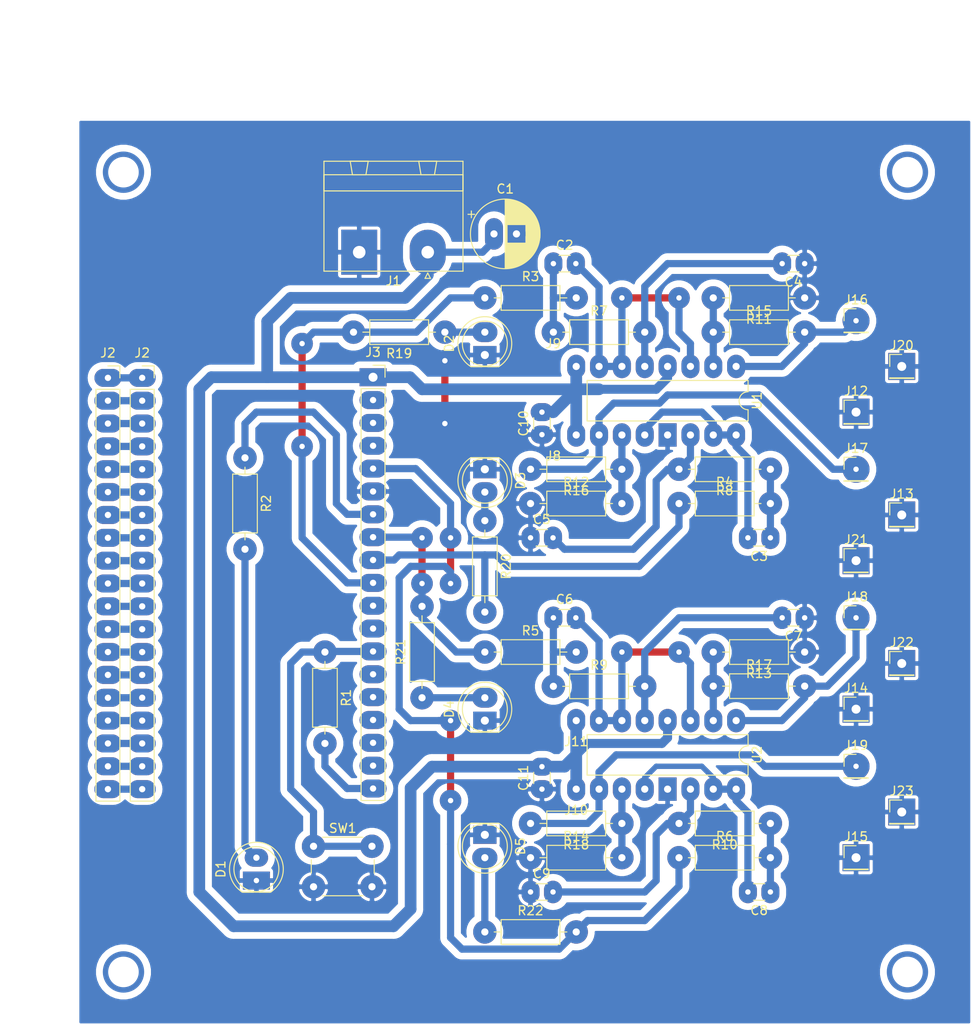
<source format=kicad_pcb>
(kicad_pcb (version 20171130) (host pcbnew "(5.1.10)-1")
  (layers (0 F.Cu signal) (31 B.Cu signal) (34 B.Paste user) (35 F.Paste user) (36 B.SilkS user) (37 F.SilkS user) (38 B.Mask user) (39 F.Mask user) (44 Edge.Cuts user))
  (net 0 "")
  (net 1 "Net-(C2-Pad2)")
  (net 2 "Net-(C2-Pad1)")
  (net 3 "Net-(C3-Pad2)")
  (net 4 GND)
  (net 5 "Net-(C4-Pad2)")
  (net 6 +5V)
  (net 7 "Net-(C6-Pad2)")
  (net 8 "Net-(C6-Pad1)")
  (net 9 "Net-(C7-Pad2)")
  (net 10 "Net-(C8-Pad2)")
  (net 11 "Net-(C8-Pad1)")
  (net 12 "Net-(C9-Pad2)")
  (net 13 "Net-(D1-Pad2)")
  (net 14 "Net-(J3-Pad19)")
  (net 15 "Net-(J3-Pad18)")
  (net 16 "Net-(J3-Pad17)")
  (net 17 "Net-(J3-Pad16)")
  (net 18 "Net-(J3-Pad15)")
  (net 19 "Net-(J3-Pad14)")
  (net 20 "Net-(J3-Pad13)")
  (net 21 "Net-(J3-Pad12)")
  (net 22 "Net-(J3-Pad11)")
  (net 23 "Net-(J3-Pad10)")
  (net 24 "Net-(J3-Pad9)")
  (net 25 "Net-(J3-Pad8)")
  (net 26 "Net-(J3-Pad7)")
  (net 27 "Net-(J3-Pad5)")
  (net 28 "Net-(J3-Pad4)")
  (net 29 "Net-(J3-Pad3)")
  (net 30 "Net-(J3-Pad2)")
  (net 31 "Net-(J16-Pad1)")
  (net 32 "Net-(J17-Pad1)")
  (net 33 "Net-(C3-Pad1)")
  (net 34 "Net-(C5-Pad2)")
  (net 35 "Net-(J2-Pad1)")
  (net 36 "Net-(J2-Pad2)")
  (net 37 "Net-(J2-Pad3)")
  (net 38 "Net-(J2-Pad4)")
  (net 39 "Net-(J2-Pad5)")
  (net 40 "Net-(J2-Pad6)")
  (net 41 "Net-(J2-Pad7)")
  (net 42 "Net-(J2-Pad8)")
  (net 43 "Net-(J2-Pad9)")
  (net 44 "Net-(J2-Pad10)")
  (net 45 "Net-(J2-Pad11)")
  (net 46 "Net-(J2-Pad12)")
  (net 47 "Net-(J2-Pad13)")
  (net 48 "Net-(J2-Pad14)")
  (net 49 "Net-(J2-Pad15)")
  (net 50 "Net-(J2-Pad16)")
  (net 51 "Net-(J2-Pad17)")
  (net 52 "Net-(J2-Pad18)")
  (net 53 "Net-(J2-Pad19)")
  (net 54 "Net-(J18-Pad1)")
  (net 55 "Net-(J19-Pad1)")
  (net 56 "Net-(R11-Pad2)")
  (net 57 "Net-(R12-Pad2)")
  (net 58 "Net-(R13-Pad2)")
  (net 59 "Net-(R14-Pad2)")
  (net 60 "Net-(D2-Pad2)")
  (net 61 "Net-(D3-Pad2)")
  (net 62 "Net-(D4-Pad2)")
  (net 63 "Net-(D5-Pad2)")
  (module LED_THT:LED_D5.0mm (layer F.Cu) (at 71.12 109.22 270)
    (fp_text reference D5 (at 1.27 -3.96 90) (layer F.SilkS))
    (fp_text value LED)
    (pad 2 thru_hole oval (at 2.54 0 270) (size 2.2 2.8) (drill 0.8) (layers *.Cu *.Mask) (net 63 "Net-(D5-Pad2)"))
    (pad 1 thru_hole rect (at 0 0 270) (size 2 2.6) (drill 0.9) (layers *.Cu *.Mask) (net 4 GND))
  )
  (module LED_THT:LED_D5.0mm (layer F.Cu) (at 71.12 96.52 90)
    (fp_text reference D4 (at 1.27 -3.96 90) (layer F.SilkS))
    (fp_text value LED)
    (pad 2 thru_hole oval (at 2.54 0 90) (size 2.2 2.8) (drill 0.8) (layers *.Cu *.Mask) (net 62 "Net-(D4-Pad2)"))
    (pad 1 thru_hole rect (at 0 0 90) (size 2 2.6) (drill 0.9) (layers *.Cu *.Mask) (net 4 GND))
  )
  (module LED_THT:LED_D5.0mm (layer F.Cu) (at 71.12 68.58 270)
    (fp_text reference D3 (at 1.27 -3.96 90) (layer F.SilkS))
    (fp_text value LED)
    (pad 2 thru_hole oval (at 2.54 0 270) (size 2.2 2.8) (drill 0.8) (layers *.Cu *.Mask) (net 61 "Net-(D3-Pad2)"))
    (pad 1 thru_hole rect (at 0 0 270) (size 2 2.6) (drill 0.9) (layers *.Cu *.Mask) (net 4 GND))
  )
  (module LED_THT:LED_D5.0mm (layer F.Cu) (at 71.12 55.88 90)
    (fp_text reference D2 (at 1.27 -3.96 90) (layer F.SilkS))
    (fp_text value LED)
    (pad 2 thru_hole oval (at 2.54 0 90) (size 2.2 2.8) (drill 0.8) (layers *.Cu *.Mask) (net 60 "Net-(D2-Pad2)"))
    (pad 1 thru_hole rect (at 0 0 90) (size 2 2.6) (drill 0.9) (layers *.Cu *.Mask) (net 4 GND))
  )
  (module Resistor_THT:R_Axial_DIN0207_L6.3mm_D2.5mm_P10.16mm_Horizontal (layer F.Cu) (at 71.12 120.015)
    (fp_text reference R22 (at 5.08 -2.37) (layer F.SilkS))
    (fp_text value R)
    (pad 2 thru_hole oval (at 10.16 0) (size 2.6 2.6) (drill 0.8) (layers *.Cu *.Mask) (net 27 "Net-(J3-Pad5)"))
    (pad 1 thru_hole oval (at 0 0) (size 2.6 2.6) (drill 0.8) (layers *.Cu *.Mask) (net 63 "Net-(D5-Pad2)"))
  )
  (module Resistor_THT:R_Axial_DIN0207_L6.3mm_D2.5mm_P10.16mm_Horizontal (layer F.Cu) (at 64.135 93.98 90)
    (fp_text reference R21 (at 5.08 -2.37 90) (layer F.SilkS))
    (fp_text value R)
    (pad 2 thru_hole oval (at 10.16 0 90) (size 2.6 2.6) (drill 0.8) (layers *.Cu *.Mask) (net 25 "Net-(J3-Pad8)"))
    (pad 1 thru_hole oval (at 0 0 90) (size 2.6 2.6) (drill 0.8) (layers *.Cu *.Mask) (net 62 "Net-(D4-Pad2)"))
  )
  (module Resistor_THT:R_Axial_DIN0207_L6.3mm_D2.5mm_P10.16mm_Horizontal (layer F.Cu) (at 71.12 74.295 270)
    (fp_text reference R20 (at 5.08 -2.37 90) (layer F.SilkS))
    (fp_text value R)
    (pad 2 thru_hole oval (at 10.16 0 270) (size 2.6 2.6) (drill 0.8) (layers *.Cu *.Mask) (net 24 "Net-(J3-Pad9)"))
    (pad 1 thru_hole oval (at 0 0 270) (size 2.6 2.6) (drill 0.8) (layers *.Cu *.Mask) (net 61 "Net-(D3-Pad2)"))
  )
  (module Resistor_THT:R_Axial_DIN0207_L6.3mm_D2.5mm_P10.16mm_Horizontal (layer F.Cu) (at 66.675 53.34 180)
    (fp_text reference R19 (at 5.08 -2.37) (layer F.SilkS))
    (fp_text value R)
    (pad 2 thru_hole oval (at 10.16 0 180) (size 2.6 2.6) (drill 0.8) (layers *.Cu *.Mask) (net 23 "Net-(J3-Pad10)"))
    (pad 1 thru_hole oval (at 0 0 180) (size 2.6 2.6) (drill 0.8) (layers *.Cu *.Mask) (net 60 "Net-(D2-Pad2)"))
  )
  (module Capacitor_THT:CP_Radial_D7.5mm_P2.50mm (layer F.Cu) (at 72.136 42.418)
    (fp_text reference C1 (at 1.25 -5) (layer F.SilkS))
    (fp_text value CP)
    (pad 2 thru_hole rect (at 2.5 0) (size 2 3.5) (drill 0.8) (layers *.Cu *.Mask) (net 4 GND))
    (pad 1 thru_hole oval (at 0 0) (size 2 3.5) (drill 0.8) (layers *.Cu *.Mask) (net 6 +5V))
  )
  (module Connector_PinSocket_2.54mm:PinSocket_1x19_P2.54mm_Vertical (layer F.Cu) (at 29.21 58.42)
    (fp_text reference J2 (at 0 -2.77) (layer F.SilkS))
    (fp_text value esp32-1)
    (pad 1 thru_hole oval (at 0 0) (size 3 2) (drill 0.7) (layers *.Cu *.Mask) (net 35 "Net-(J2-Pad1)"))
    (pad 2 thru_hole oval (at 0 2.54) (size 3 2) (drill 0.7) (layers *.Cu *.Mask) (net 36 "Net-(J2-Pad2)"))
    (pad 3 thru_hole oval (at 0 5.08) (size 3 2) (drill 0.7) (layers *.Cu *.Mask) (net 37 "Net-(J2-Pad3)"))
    (pad 4 thru_hole oval (at 0 7.62) (size 3 2) (drill 0.7) (layers *.Cu *.Mask) (net 38 "Net-(J2-Pad4)"))
    (pad 5 thru_hole oval (at 0 10.16) (size 3 2) (drill 0.7) (layers *.Cu *.Mask) (net 39 "Net-(J2-Pad5)"))
    (pad 6 thru_hole oval (at 0 12.7) (size 3 2) (drill 0.7) (layers *.Cu *.Mask) (net 40 "Net-(J2-Pad6)"))
    (pad 7 thru_hole oval (at 0 15.24) (size 3 2) (drill 0.7) (layers *.Cu *.Mask) (net 41 "Net-(J2-Pad7)"))
    (pad 8 thru_hole oval (at 0 17.78) (size 3 2) (drill 0.7) (layers *.Cu *.Mask) (net 42 "Net-(J2-Pad8)"))
    (pad 9 thru_hole oval (at 0 20.32) (size 3 2) (drill 0.7) (layers *.Cu *.Mask) (net 43 "Net-(J2-Pad9)"))
    (pad 10 thru_hole oval (at 0 22.86) (size 3 2) (drill 0.7) (layers *.Cu *.Mask) (net 44 "Net-(J2-Pad10)"))
    (pad 11 thru_hole oval (at 0 25.4) (size 3 2) (drill 0.7) (layers *.Cu *.Mask) (net 45 "Net-(J2-Pad11)"))
    (pad 12 thru_hole oval (at 0 27.94) (size 3 2) (drill 0.7) (layers *.Cu *.Mask) (net 46 "Net-(J2-Pad12)"))
    (pad 13 thru_hole oval (at 0 30.48) (size 3 2) (drill 0.7) (layers *.Cu *.Mask) (net 47 "Net-(J2-Pad13)"))
    (pad 14 thru_hole oval (at 0 33.02) (size 3 2) (drill 0.7) (layers *.Cu *.Mask) (net 48 "Net-(J2-Pad14)"))
    (pad 15 thru_hole oval (at 0 35.56) (size 3 2) (drill 0.7) (layers *.Cu *.Mask) (net 49 "Net-(J2-Pad15)"))
    (pad 16 thru_hole oval (at 0 38.1) (size 3 2) (drill 0.7) (layers *.Cu *.Mask) (net 50 "Net-(J2-Pad16)"))
    (pad 17 thru_hole oval (at 0 40.64) (size 3 2) (drill 0.7) (layers *.Cu *.Mask) (net 51 "Net-(J2-Pad17)"))
    (pad 18 thru_hole oval (at 0 43.18) (size 3 2) (drill 0.7) (layers *.Cu *.Mask) (net 52 "Net-(J2-Pad18)"))
    (pad 19 thru_hole oval (at 0 45.72) (size 3 2) (drill 0.7) (layers *.Cu *.Mask) (net 53 "Net-(J2-Pad19)"))
  )
  (module Connector_PinSocket_2.54mm:PinSocket_1x19_P2.54mm_Vertical (layer F.Cu) (at 58.69 58.35)
    (fp_text reference J3 (at 0 -2.77) (layer F.SilkS))
    (fp_text value esp32-2)
    (pad 19 thru_hole oval (at 0 45.72) (size 3 2) (drill 0.7) (layers *.Cu *.Mask) (net 14 "Net-(J3-Pad19)"))
    (pad 18 thru_hole oval (at 0 43.18) (size 3 2) (drill 0.7) (layers *.Cu *.Mask) (net 15 "Net-(J3-Pad18)"))
    (pad 17 thru_hole oval (at 0 40.64) (size 3 2) (drill 0.7) (layers *.Cu *.Mask) (net 16 "Net-(J3-Pad17)"))
    (pad 16 thru_hole oval (at 0 38.1) (size 3 2) (drill 0.7) (layers *.Cu *.Mask) (net 17 "Net-(J3-Pad16)"))
    (pad 15 thru_hole oval (at 0 35.56) (size 3 2) (drill 0.7) (layers *.Cu *.Mask) (net 18 "Net-(J3-Pad15)"))
    (pad 14 thru_hole oval (at 0 33.02) (size 3 2) (drill 0.7) (layers *.Cu *.Mask) (net 19 "Net-(J3-Pad14)"))
    (pad 13 thru_hole oval (at 0 30.48) (size 3 2) (drill 0.7) (layers *.Cu *.Mask) (net 20 "Net-(J3-Pad13)"))
    (pad 12 thru_hole oval (at 0 27.94) (size 3 2) (drill 0.7) (layers *.Cu *.Mask) (net 21 "Net-(J3-Pad12)"))
    (pad 11 thru_hole oval (at 0 25.4) (size 3 2) (drill 0.7) (layers *.Cu *.Mask) (net 22 "Net-(J3-Pad11)"))
    (pad 10 thru_hole oval (at 0 22.86) (size 3 2) (drill 0.7) (layers *.Cu *.Mask) (net 23 "Net-(J3-Pad10)"))
    (pad 9 thru_hole oval (at 0 20.32) (size 3 2) (drill 0.7) (layers *.Cu *.Mask) (net 24 "Net-(J3-Pad9)"))
    (pad 8 thru_hole oval (at 0 17.78) (size 3 2) (drill 0.7) (layers *.Cu *.Mask) (net 25 "Net-(J3-Pad8)"))
    (pad 7 thru_hole oval (at 0 15.24) (size 3 2) (drill 0.7) (layers *.Cu *.Mask) (net 26 "Net-(J3-Pad7)"))
    (pad 6 thru_hole oval (at 0 12.7) (size 3 2) (drill 0.7) (layers *.Cu *.Mask) (net 4 GND))
    (pad 5 thru_hole oval (at 0 10.16) (size 3 2) (drill 0.7) (layers *.Cu *.Mask) (net 27 "Net-(J3-Pad5)"))
    (pad 4 thru_hole oval (at 0 7.62) (size 3 2) (drill 0.7) (layers *.Cu *.Mask) (net 28 "Net-(J3-Pad4)"))
    (pad 3 thru_hole oval (at 0 5.08) (size 3 2) (drill 0.7) (layers *.Cu *.Mask) (net 29 "Net-(J3-Pad3)"))
    (pad 2 thru_hole oval (at 0 2.54) (size 3 2) (drill 0.7) (layers *.Cu *.Mask) (net 30 "Net-(J3-Pad2)"))
    (pad 1 thru_hole rect (at 0 0) (size 3 2) (drill 1) (layers *.Cu *.Mask) (net 6 +5V))
  )
  (module Connector_PinSocket_2.54mm:PinSocket_1x19_P2.54mm_Vertical (layer F.Cu) (at 33.02 58.42)
    (fp_text reference J2 (at 0 -2.77) (layer F.SilkS))
    (fp_text value esp32-1)
    (pad 19 thru_hole oval (at 0 45.72) (size 3 2) (drill 0.7) (layers *.Cu *.Mask) (net 53 "Net-(J2-Pad19)"))
    (pad 18 thru_hole oval (at 0 43.18) (size 3 2) (drill 0.7) (layers *.Cu *.Mask) (net 52 "Net-(J2-Pad18)"))
    (pad 17 thru_hole oval (at 0 40.64) (size 3 2) (drill 0.7) (layers *.Cu *.Mask) (net 51 "Net-(J2-Pad17)"))
    (pad 16 thru_hole oval (at 0 38.1) (size 3 2) (drill 0.7) (layers *.Cu *.Mask) (net 50 "Net-(J2-Pad16)"))
    (pad 15 thru_hole oval (at 0 35.56) (size 3 2) (drill 0.7) (layers *.Cu *.Mask) (net 49 "Net-(J2-Pad15)"))
    (pad 14 thru_hole oval (at 0 33.02) (size 3 2) (drill 0.7) (layers *.Cu *.Mask) (net 48 "Net-(J2-Pad14)"))
    (pad 13 thru_hole oval (at 0 30.48) (size 3 2) (drill 0.7) (layers *.Cu *.Mask) (net 47 "Net-(J2-Pad13)"))
    (pad 12 thru_hole oval (at 0 27.94) (size 3 2) (drill 0.7) (layers *.Cu *.Mask) (net 46 "Net-(J2-Pad12)"))
    (pad 11 thru_hole oval (at 0 25.4) (size 3 2) (drill 0.7) (layers *.Cu *.Mask) (net 45 "Net-(J2-Pad11)"))
    (pad 10 thru_hole oval (at 0 22.86) (size 3 2) (drill 0.7) (layers *.Cu *.Mask) (net 44 "Net-(J2-Pad10)"))
    (pad 9 thru_hole oval (at 0 20.32) (size 3 2) (drill 0.7) (layers *.Cu *.Mask) (net 43 "Net-(J2-Pad9)"))
    (pad 8 thru_hole oval (at 0 17.78) (size 3 2) (drill 0.7) (layers *.Cu *.Mask) (net 42 "Net-(J2-Pad8)"))
    (pad 7 thru_hole oval (at 0 15.24) (size 3 2) (drill 0.7) (layers *.Cu *.Mask) (net 41 "Net-(J2-Pad7)"))
    (pad 6 thru_hole oval (at 0 12.7) (size 3 2) (drill 0.7) (layers *.Cu *.Mask) (net 40 "Net-(J2-Pad6)"))
    (pad 5 thru_hole oval (at 0 10.16) (size 3 2) (drill 0.7) (layers *.Cu *.Mask) (net 39 "Net-(J2-Pad5)"))
    (pad 4 thru_hole oval (at 0 7.62) (size 3 2) (drill 0.7) (layers *.Cu *.Mask) (net 38 "Net-(J2-Pad4)"))
    (pad 3 thru_hole oval (at 0 5.08) (size 3 2) (drill 0.7) (layers *.Cu *.Mask) (net 37 "Net-(J2-Pad3)"))
    (pad 2 thru_hole oval (at 0 2.54) (size 3 2) (drill 0.7) (layers *.Cu *.Mask) (net 36 "Net-(J2-Pad2)"))
    (pad 1 thru_hole oval (at 0 0) (size 3 2) (drill 0.7) (layers *.Cu *.Mask) (net 35 "Net-(J2-Pad1)"))
  )
  (module Resistor_THT:R_Axial_DIN0207_L6.3mm_D2.5mm_P10.16mm_Horizontal (layer F.Cu) (at 71.12 49.53)
    (fp_text reference R3 (at 5.08 -2.37) (layer F.SilkS))
    (fp_text value R)
    (pad 2 thru_hole oval (at 10.16 0) (size 2.6 2.6) (drill 0.8) (layers *.Cu *.Mask) (net 2 "Net-(C2-Pad1)"))
    (pad 1 thru_hole oval (at 0 0) (size 2.6 2.6) (drill 0.8) (layers *.Cu *.Mask) (net 23 "Net-(J3-Pad10)"))
  )
  (module Connector_PinHeader_2.54mm:PinHeader_1x01_P2.54mm_Vertical (layer F.Cu) (at 81.28 96.52 180)
    (fp_text reference J11 (at 0 -2.33) (layer F.SilkS))
    (fp_text value "8&9 IC-2")
    (pad 1 thru_hole oval (at 0 0 270) (size 2.6 2) (drill 0.8) (layers *.Cu *.Mask) (net 6 +5V))
  )
  (module Connector_PinHeader_2.54mm:PinHeader_1x01_P2.54mm_Vertical (layer F.Cu) (at 81.28 104.14 180)
    (fp_text reference J10 (at 0 -2.33) (layer F.SilkS))
    (fp_text value "8&9 IC-2")
    (pad 1 thru_hole oval (at 0 0 270) (size 2.6 2) (drill 0.8) (layers *.Cu *.Mask) (net 6 +5V))
  )
  (module Connector_PinHeader_2.54mm:PinHeader_1x01_P2.54mm_Vertical (layer F.Cu) (at 81.28 64.77 180)
    (fp_text reference J8 (at 2.54 -2.33) (layer F.SilkS))
    (fp_text value "8&9 IC-1")
    (pad 1 thru_hole oval (at 0 0 270) (size 2.6 2) (drill 0.8) (layers *.Cu *.Mask) (net 6 +5V))
  )
  (module Connector_PinHeader_2.54mm:PinHeader_1x01_P2.54mm_Vertical (layer F.Cu) (at 81.28 57.15 180)
    (fp_text reference J9 (at 2.54 2.54) (layer F.SilkS))
    (fp_text value "8&9 IC-1")
    (pad 1 thru_hole oval (at 0 0 270) (size 2.6 2) (drill 0.8) (layers *.Cu *.Mask) (net 6 +5V))
  )
  (module Package_DIP:DIP-14_W7.62mm_LongPads (layer F.Cu) (at 99.06 96.52 270)
    (fp_text reference U2 (at 3.81 -2.33 90) (layer F.SilkS))
    (fp_text value LM324)
    (pad 14 thru_hole oval (at 7.62 0) (size 2 2.6) (drill 0.8) (layers *.Cu *.Mask) (net 10 "Net-(C8-Pad2)"))
    (pad 7 thru_hole oval (at 0 15.24) (size 2 2.6) (drill 0.8) (layers *.Cu *.Mask) (net 7 "Net-(C6-Pad2)"))
    (pad 13 thru_hole oval (at 7.62 2.54) (size 2 2.6) (drill 0.8) (layers *.Cu *.Mask) (net 10 "Net-(C8-Pad2)"))
    (pad 6 thru_hole oval (at 0 12.7) (size 2 2.6) (drill 0.8) (layers *.Cu *.Mask) (net 7 "Net-(C6-Pad2)"))
    (pad 12 thru_hole oval (at 7.62 5.08) (size 2 2.6) (drill 0.8) (layers *.Cu *.Mask) (net 12 "Net-(C9-Pad2)"))
    (pad 5 thru_hole oval (at 0 10.16) (size 2 2.6) (drill 0.8) (layers *.Cu *.Mask) (net 9 "Net-(C7-Pad2)"))
    (pad 11 thru_hole rect (at 7.62 7.62 270) (size 2.6 2) (drill 0.8) (layers *.Cu *.Mask) (net 4 GND))
    (pad 4 thru_hole oval (at 0 7.62) (size 2 2.6) (drill 0.8) (layers *.Cu *.Mask) (net 6 +5V))
    (pad 10 thru_hole oval (at 7.62 10.16) (size 2 2.6) (drill 0.8) (layers *.Cu *.Mask) (net 10 "Net-(C8-Pad2)"))
    (pad 3 thru_hole oval (at 0 5.08) (size 2 2.6) (drill 0.8) (layers *.Cu *.Mask) (net 7 "Net-(C6-Pad2)"))
    (pad 9 thru_hole oval (at 7.62 12.7) (size 2 2.6) (drill 0.8) (layers *.Cu *.Mask) (net 59 "Net-(R14-Pad2)"))
    (pad 2 thru_hole oval (at 0 2.54) (size 2 2.6) (drill 0.8) (layers *.Cu *.Mask) (net 58 "Net-(R13-Pad2)"))
    (pad 8 thru_hole oval (at 7.62 15.24) (size 2 2.6) (drill 0.8) (layers *.Cu *.Mask) (net 55 "Net-(J19-Pad1)"))
    (pad 1 thru_hole oval (at 0 0) (size 2 2.6) (drill 0.8) (layers *.Cu *.Mask) (net 54 "Net-(J18-Pad1)"))
  )
  (module Package_DIP:DIP-14_W7.62mm_LongPads (layer F.Cu) (at 99.06 57.15 270)
    (fp_text reference U1 (at 3.81 -2.33 90) (layer F.SilkS))
    (fp_text value LM324)
    (pad 14 thru_hole oval (at 7.62 0) (size 2 2.6) (drill 0.8) (layers *.Cu *.Mask) (net 3 "Net-(C3-Pad2)"))
    (pad 7 thru_hole oval (at 0 15.24) (size 2 2.6) (drill 0.8) (layers *.Cu *.Mask) (net 1 "Net-(C2-Pad2)"))
    (pad 13 thru_hole oval (at 7.62 2.54) (size 2 2.6) (drill 0.8) (layers *.Cu *.Mask) (net 3 "Net-(C3-Pad2)"))
    (pad 6 thru_hole oval (at 0 12.7) (size 2 2.6) (drill 0.8) (layers *.Cu *.Mask) (net 1 "Net-(C2-Pad2)"))
    (pad 12 thru_hole oval (at 7.62 5.08) (size 2 2.6) (drill 0.8) (layers *.Cu *.Mask) (net 34 "Net-(C5-Pad2)"))
    (pad 5 thru_hole oval (at 0 10.16) (size 2 2.6) (drill 0.8) (layers *.Cu *.Mask) (net 5 "Net-(C4-Pad2)"))
    (pad 11 thru_hole rect (at 7.62 7.62 270) (size 2.6 2) (drill 0.8) (layers *.Cu *.Mask) (net 4 GND))
    (pad 4 thru_hole oval (at 0 7.62) (size 2 2.6) (drill 0.8) (layers *.Cu *.Mask) (net 6 +5V))
    (pad 10 thru_hole oval (at 7.62 10.16) (size 2 2.6) (drill 0.8) (layers *.Cu *.Mask) (net 3 "Net-(C3-Pad2)"))
    (pad 3 thru_hole oval (at 0 5.08) (size 2 2.6) (drill 0.8) (layers *.Cu *.Mask) (net 1 "Net-(C2-Pad2)"))
    (pad 9 thru_hole oval (at 7.62 12.7) (size 2 2.6) (drill 0.8) (layers *.Cu *.Mask) (net 57 "Net-(R12-Pad2)"))
    (pad 2 thru_hole oval (at 0 2.54) (size 2 2.6) (drill 0.8) (layers *.Cu *.Mask) (net 56 "Net-(R11-Pad2)"))
    (pad 8 thru_hole oval (at 7.62 15.24) (size 2 2.6) (drill 0.8) (layers *.Cu *.Mask) (net 32 "Net-(J17-Pad1)"))
    (pad 1 thru_hole oval (at 0 0) (size 2 2.6) (drill 0.8) (layers *.Cu *.Mask) (net 31 "Net-(J16-Pad1)"))
  )
  (module Button_Switch_THT:SW_PUSH_6mm_H4.3mm (layer F.Cu) (at 52.07 110.49)
    (fp_text reference SW1 (at 3.25 -2) (layer F.SilkS))
    (fp_text value SW_Push)
    (pad 1 thru_hole oval (at 6.5 0) (size 2.6 2.6) (drill 0.8) (layers *.Cu *.Mask) (net 20 "Net-(J3-Pad13)"))
    (pad 2 thru_hole oval (at 6.5 4.5) (size 2.6 2.6) (drill 0.8) (layers *.Cu *.Mask) (net 4 GND))
    (pad 1 thru_hole oval (at 0 0) (size 2.6 2.6) (drill 0.8) (layers *.Cu *.Mask) (net 20 "Net-(J3-Pad13)"))
    (pad 2 thru_hole oval (at 0 4.5) (size 2.6 2.6) (drill 0.8) (layers *.Cu *.Mask) (net 4 GND))
  )
  (module Resistor_THT:R_Axial_DIN0207_L6.3mm_D2.5mm_P10.16mm_Horizontal (layer F.Cu) (at 86.36 107.95 180)
    (fp_text reference R18 (at 5.08 -2.37) (layer F.SilkS))
    (fp_text value R)
    (pad 2 thru_hole oval (at 10.16 0 180) (size 2.6 2.6) (drill 0.8) (layers *.Cu *.Mask) (net 55 "Net-(J19-Pad1)"))
    (pad 1 thru_hole oval (at 0 0 180) (size 2.6 2.6) (drill 0.8) (layers *.Cu *.Mask) (net 59 "Net-(R14-Pad2)"))
  )
  (module Resistor_THT:R_Axial_DIN0207_L6.3mm_D2.5mm_P10.16mm_Horizontal (layer F.Cu) (at 96.52 92.69)
    (fp_text reference R17 (at 5.08 -2.37) (layer F.SilkS))
    (fp_text value R)
    (pad 2 thru_hole oval (at 10.16 0) (size 2.6 2.6) (drill 0.8) (layers *.Cu *.Mask) (net 54 "Net-(J18-Pad1)"))
    (pad 1 thru_hole oval (at 0 0) (size 2.6 2.6) (drill 0.8) (layers *.Cu *.Mask) (net 58 "Net-(R13-Pad2)"))
  )
  (module Resistor_THT:R_Axial_DIN0207_L6.3mm_D2.5mm_P10.16mm_Horizontal (layer F.Cu) (at 76.2 111.76)
    (fp_text reference R14 (at 5.08 -2.37) (layer F.SilkS))
    (fp_text value R)
    (pad 2 thru_hole oval (at 10.16 0) (size 2.6 2.6) (drill 0.8) (layers *.Cu *.Mask) (net 59 "Net-(R14-Pad2)"))
    (pad 1 thru_hole oval (at 0 0) (size 2.6 2.6) (drill 0.8) (layers *.Cu *.Mask) (net 4 GND))
  )
  (module Resistor_THT:R_Axial_DIN0207_L6.3mm_D2.5mm_P10.16mm_Horizontal (layer F.Cu) (at 106.68 88.9 180)
    (fp_text reference R13 (at 5.08 -2.37) (layer F.SilkS))
    (fp_text value R)
    (pad 2 thru_hole oval (at 10.16 0 180) (size 2.6 2.6) (drill 0.8) (layers *.Cu *.Mask) (net 58 "Net-(R13-Pad2)"))
    (pad 1 thru_hole oval (at 0 0 180) (size 2.6 2.6) (drill 0.8) (layers *.Cu *.Mask) (net 4 GND))
  )
  (module Resistor_THT:R_Axial_DIN0207_L6.3mm_D2.5mm_P10.16mm_Horizontal (layer F.Cu) (at 102.87 107.95 180)
    (fp_text reference R10 (at 5.08 -2.37) (layer F.SilkS))
    (fp_text value R)
    (pad 2 thru_hole oval (at 10.16 0 180) (size 2.6 2.6) (drill 0.8) (layers *.Cu *.Mask) (net 12 "Net-(C9-Pad2)"))
    (pad 1 thru_hole oval (at 0 0 180) (size 2.6 2.6) (drill 0.8) (layers *.Cu *.Mask) (net 11 "Net-(C8-Pad1)"))
  )
  (module Resistor_THT:R_Axial_DIN0207_L6.3mm_D2.5mm_P10.16mm_Horizontal (layer F.Cu) (at 78.74 92.71)
    (fp_text reference R9 (at 5.08 -2.37) (layer F.SilkS))
    (fp_text value R)
    (pad 2 thru_hole oval (at 10.16 0) (size 2.6 2.6) (drill 0.8) (layers *.Cu *.Mask) (net 9 "Net-(C7-Pad2)"))
    (pad 1 thru_hole oval (at 0 0) (size 2.6 2.6) (drill 0.8) (layers *.Cu *.Mask) (net 8 "Net-(C6-Pad1)"))
  )
  (module Resistor_THT:R_Axial_DIN0207_L6.3mm_D2.5mm_P10.16mm_Horizontal (layer F.Cu) (at 92.71 111.76)
    (fp_text reference R6 (at 5.08 -2.37) (layer F.SilkS))
    (fp_text value R)
    (pad 2 thru_hole oval (at 10.16 0) (size 2.6 2.6) (drill 0.8) (layers *.Cu *.Mask) (net 11 "Net-(C8-Pad1)"))
    (pad 1 thru_hole oval (at 0 0) (size 2.6 2.6) (drill 0.8) (layers *.Cu *.Mask) (net 27 "Net-(J3-Pad5)"))
  )
  (module Resistor_THT:R_Axial_DIN0207_L6.3mm_D2.5mm_P10.16mm_Horizontal (layer F.Cu) (at 71.12 88.9)
    (fp_text reference R5 (at 5.08 -2.37) (layer F.SilkS))
    (fp_text value R)
    (pad 2 thru_hole oval (at 10.16 0) (size 2.6 2.6) (drill 0.8) (layers *.Cu *.Mask) (net 8 "Net-(C6-Pad1)"))
    (pad 1 thru_hole oval (at 0 0) (size 2.6 2.6) (drill 0.8) (layers *.Cu *.Mask) (net 25 "Net-(J3-Pad8)"))
  )
  (module Resistor_THT:R_Axial_DIN0207_L6.3mm_D2.5mm_P10.16mm_Horizontal (layer F.Cu) (at 44.45 67.31 270)
    (fp_text reference R2 (at 5.08 -2.37 90) (layer F.SilkS))
    (fp_text value R)
    (pad 2 thru_hole oval (at 10.16 0 270) (size 2.6 2.6) (drill 0.8) (layers *.Cu *.Mask) (net 13 "Net-(D1-Pad2)"))
    (pad 1 thru_hole oval (at 0 0 270) (size 2.6 2.6) (drill 0.8) (layers *.Cu *.Mask) (net 26 "Net-(J3-Pad7)"))
  )
  (module Resistor_THT:R_Axial_DIN0207_L6.3mm_D2.5mm_P10.16mm_Horizontal (layer F.Cu) (at 53.34 88.9 270)
    (fp_text reference R1 (at 5.08 -2.37 90) (layer F.SilkS))
    (fp_text value R)
    (pad 2 thru_hole oval (at 10.16 0 270) (size 2.6 2.6) (drill 0.8) (layers *.Cu *.Mask) (net 14 "Net-(J3-Pad19)"))
    (pad 1 thru_hole oval (at 0 0 270) (size 2.6 2.6) (drill 0.8) (layers *.Cu *.Mask) (net 20 "Net-(J3-Pad13)"))
  )
  (module Resistor_THT:R_Axial_DIN0207_L6.3mm_D2.5mm_P10.16mm_Horizontal (layer F.Cu) (at 86.36 68.58 180)
    (fp_text reference R16 (at 5.08 -2.37) (layer F.SilkS))
    (fp_text value R)
    (pad 2 thru_hole oval (at 10.16 0 180) (size 2.6 2.6) (drill 0.8) (layers *.Cu *.Mask) (net 32 "Net-(J17-Pad1)"))
    (pad 1 thru_hole oval (at 0 0 180) (size 2.6 2.6) (drill 0.8) (layers *.Cu *.Mask) (net 57 "Net-(R12-Pad2)"))
  )
  (module Resistor_THT:R_Axial_DIN0207_L6.3mm_D2.5mm_P10.16mm_Horizontal (layer F.Cu) (at 96.52 53.34)
    (fp_text reference R15 (at 5.08 -2.37) (layer F.SilkS))
    (fp_text value R)
    (pad 2 thru_hole oval (at 10.16 0) (size 2.6 2.6) (drill 0.8) (layers *.Cu *.Mask) (net 31 "Net-(J16-Pad1)"))
    (pad 1 thru_hole oval (at 0 0) (size 2.6 2.6) (drill 0.8) (layers *.Cu *.Mask) (net 56 "Net-(R11-Pad2)"))
  )
  (module Resistor_THT:R_Axial_DIN0207_L6.3mm_D2.5mm_P10.16mm_Horizontal (layer F.Cu) (at 76.2 72.39)
    (fp_text reference R12 (at 5.08 -2.37) (layer F.SilkS))
    (fp_text value R)
    (pad 2 thru_hole oval (at 10.16 0) (size 2.6 2.6) (drill 0.8) (layers *.Cu *.Mask) (net 57 "Net-(R12-Pad2)"))
    (pad 1 thru_hole oval (at 0 0) (size 2.6 2.6) (drill 0.8) (layers *.Cu *.Mask) (net 4 GND))
  )
  (module Resistor_THT:R_Axial_DIN0207_L6.3mm_D2.5mm_P10.16mm_Horizontal (layer F.Cu) (at 106.68 49.53 180)
    (fp_text reference R11 (at 5.08 -2.37) (layer F.SilkS))
    (fp_text value R)
    (pad 2 thru_hole oval (at 10.16 0 180) (size 2.6 2.6) (drill 0.8) (layers *.Cu *.Mask) (net 56 "Net-(R11-Pad2)"))
    (pad 1 thru_hole oval (at 0 0 180) (size 2.6 2.6) (drill 0.8) (layers *.Cu *.Mask) (net 4 GND))
  )
  (module Resistor_THT:R_Axial_DIN0207_L6.3mm_D2.5mm_P10.16mm_Horizontal (layer F.Cu) (at 102.87 68.58 180)
    (fp_text reference R8 (at 5.08 -2.37) (layer F.SilkS))
    (fp_text value R)
    (pad 2 thru_hole oval (at 10.16 0 180) (size 2.6 2.6) (drill 0.8) (layers *.Cu *.Mask) (net 34 "Net-(C5-Pad2)"))
    (pad 1 thru_hole oval (at 0 0 180) (size 2.6 2.6) (drill 0.8) (layers *.Cu *.Mask) (net 33 "Net-(C3-Pad1)"))
  )
  (module Resistor_THT:R_Axial_DIN0207_L6.3mm_D2.5mm_P10.16mm_Horizontal (layer F.Cu) (at 78.74 53.34)
    (fp_text reference R7 (at 5.08 -2.37) (layer F.SilkS))
    (fp_text value R)
    (pad 2 thru_hole oval (at 10.16 0) (size 2.6 2.6) (drill 0.8) (layers *.Cu *.Mask) (net 5 "Net-(C4-Pad2)"))
    (pad 1 thru_hole oval (at 0 0) (size 2.6 2.6) (drill 0.8) (layers *.Cu *.Mask) (net 2 "Net-(C2-Pad1)"))
  )
  (module Resistor_THT:R_Axial_DIN0207_L6.3mm_D2.5mm_P10.16mm_Horizontal (layer F.Cu) (at 92.71 72.39)
    (fp_text reference R4 (at 5.08 -2.37) (layer F.SilkS))
    (fp_text value R)
    (pad 2 thru_hole oval (at 10.16 0) (size 2.6 2.6) (drill 0.8) (layers *.Cu *.Mask) (net 33 "Net-(C3-Pad1)"))
    (pad 1 thru_hole oval (at 0 0) (size 2.6 2.6) (drill 0.8) (layers *.Cu *.Mask) (net 24 "Net-(J3-Pad9)"))
  )
  (module Connector_PinHeader_2.54mm:PinHeader_1x01_P2.54mm_Vertical (layer F.Cu) (at 117.475 106.68)
    (fp_text reference J23 (at 0 -2.33) (layer F.SilkS))
    (fp_text value Conn_01x01_Female)
    (pad 1 thru_hole rect (at 0 0) (size 3 3) (drill 1) (layers *.Cu *.Mask) (net 4 GND))
  )
  (module Connector_PinHeader_2.54mm:PinHeader_1x01_P2.54mm_Vertical (layer F.Cu) (at 117.475 90.17)
    (fp_text reference J22 (at 0 -2.33) (layer F.SilkS))
    (fp_text value Conn_01x01_Female)
    (pad 1 thru_hole rect (at 0 0) (size 3 3) (drill 1) (layers *.Cu *.Mask) (net 4 GND))
  )
  (module Connector_PinHeader_2.54mm:PinHeader_1x01_P2.54mm_Vertical (layer F.Cu) (at 112.395 78.74)
    (fp_text reference J21 (at 0 -2.33) (layer F.SilkS))
    (fp_text value Conn_01x01_Female)
    (pad 1 thru_hole rect (at 0 0) (size 3 3) (drill 1) (layers *.Cu *.Mask) (net 4 GND))
  )
  (module Connector_PinHeader_2.54mm:PinHeader_1x01_P2.54mm_Vertical (layer F.Cu) (at 117.475 57.15)
    (fp_text reference J20 (at 0 -2.33) (layer F.SilkS))
    (fp_text value Conn_01x01_Female)
    (pad 1 thru_hole rect (at 0 0) (size 3 3) (drill 1) (layers *.Cu *.Mask) (net 4 GND))
  )
  (module Connector_PinHeader_2.54mm:PinHeader_1x01_P2.54mm_Vertical (layer F.Cu) (at 112.395 101.6)
    (fp_text reference J19 (at 0 -2.33) (layer F.SilkS))
    (fp_text value Conn_01x01_Female)
    (pad 1 thru_hole circle (at 0 0) (size 3 3) (drill 0.6) (layers *.Cu *.Mask) (net 55 "Net-(J19-Pad1)"))
  )
  (module Connector_PinHeader_2.54mm:PinHeader_1x01_P2.54mm_Vertical (layer F.Cu) (at 112.395 85.09)
    (fp_text reference J18 (at 0 -2.33) (layer F.SilkS))
    (fp_text value Conn_01x01_Female)
    (pad 1 thru_hole circle (at 0 0) (size 3 3) (drill 0.6) (layers *.Cu *.Mask) (net 54 "Net-(J18-Pad1)"))
  )
  (module Connector_PinHeader_2.54mm:PinHeader_1x01_P2.54mm_Vertical (layer F.Cu) (at 112.395 68.58)
    (fp_text reference J17 (at 0 -2.33) (layer F.SilkS))
    (fp_text value Conn_01x01_Female)
    (pad 1 thru_hole circle (at 0 0) (size 3 3) (drill 0.6) (layers *.Cu *.Mask) (net 32 "Net-(J17-Pad1)"))
  )
  (module Connector_PinHeader_2.54mm:PinHeader_1x01_P2.54mm_Vertical (layer F.Cu) (at 112.395 52.07)
    (fp_text reference J16 (at 0 -2.33) (layer F.SilkS))
    (fp_text value Conn_01x01_Female)
    (pad 1 thru_hole circle (at 0 0) (size 3 3) (drill 0.6) (layers *.Cu *.Mask) (net 31 "Net-(J16-Pad1)"))
  )
  (module Connector_PinHeader_2.54mm:PinHeader_1x01_P2.54mm_Vertical (layer F.Cu) (at 112.395 111.76)
    (fp_text reference J15 (at 0 -2.33) (layer F.SilkS))
    (fp_text value Conn_01x01_Female)
    (pad 1 thru_hole rect (at 0 0) (size 3 3) (drill 1) (layers *.Cu *.Mask) (net 4 GND))
  )
  (module Connector_PinHeader_2.54mm:PinHeader_1x01_P2.54mm_Vertical (layer F.Cu) (at 112.395 95.25)
    (fp_text reference J14 (at 0 -2.33) (layer F.SilkS))
    (fp_text value Conn_01x01_Female)
    (pad 1 thru_hole rect (at 0 0) (size 3 3) (drill 1) (layers *.Cu *.Mask) (net 4 GND))
  )
  (module Connector_PinHeader_2.54mm:PinHeader_1x01_P2.54mm_Vertical (layer F.Cu) (at 117.475 73.66)
    (fp_text reference J13 (at 0 -2.33) (layer F.SilkS))
    (fp_text value Conn_01x01_Female)
    (pad 1 thru_hole rect (at 0 0) (size 3 3) (drill 1) (layers *.Cu *.Mask) (net 4 GND))
  )
  (module Connector_PinHeader_2.54mm:PinHeader_1x01_P2.54mm_Vertical (layer F.Cu) (at 112.395 62.23)
    (fp_text reference J12 (at 0 -2.33) (layer F.SilkS))
    (fp_text value Conn_01x01_Female)
    (pad 1 thru_hole rect (at 0 0) (size 3 3) (drill 1) (layers *.Cu *.Mask) (net 4 GND))
  )
  (module Connector_Phoenix_GMSTB:PhoenixContact_GMSTBA_2,5_2-G-7,62_1x02_P7.62mm_Horizontal (layer F.Cu) (at 64.77 44.45 180)
    (fp_text reference J1 (at 3.81 -3.2) (layer F.SilkS))
    (fp_text value alimentación)
    (pad 2 thru_hole rect (at 7.62 0 180) (size 4 5) (drill 1.4) (layers *.Cu *.Mask) (net 4 GND))
    (pad 1 thru_hole oval (at 0 0 180) (size 4 5) (drill 1.4) (layers *.Cu *.Mask) (net 6 +5V))
  )
  (module LED_THT:LED_D5.0mm (layer F.Cu) (at 45.72 114.3 90)
    (fp_text reference D1 (at 1.27 -3.96 90) (layer F.SilkS))
    (fp_text value LED)
    (pad 2 thru_hole oval (at 2.54 0 90) (size 2 2.6) (drill 0.7) (layers *.Cu *.Mask) (net 13 "Net-(D1-Pad2)"))
    (pad 1 thru_hole rect (at 0 0 90) (size 2 3) (drill 0.6) (layers *.Cu *.Mask) (net 4 GND))
  )
  (module Capacitor_THT:C_Disc_D3.0mm_W1.6mm_P2.50mm (layer F.Cu) (at 77.47 104.14 90)
    (fp_text reference C11 (at 1.25 -2.05 90) (layer F.SilkS))
    (fp_text value C)
    (pad 2 thru_hole oval (at 2.5 0 90) (size 2 2.5) (drill 0.6) (layers *.Cu *.Mask) (net 6 +5V))
    (pad 1 thru_hole oval (at 0 0 90) (size 2 2.5) (drill 0.6) (layers *.Cu *.Mask) (net 4 GND))
  )
  (module Capacitor_THT:C_Disc_D3.0mm_W1.6mm_P2.50mm (layer F.Cu) (at 76.2 115.57)
    (fp_text reference C9 (at 1.25 -2.05) (layer F.SilkS))
    (fp_text value C)
    (pad 2 thru_hole oval (at 2.5 0) (size 2 2.5) (drill 0.6) (layers *.Cu *.Mask) (net 12 "Net-(C9-Pad2)"))
    (pad 1 thru_hole oval (at 0 0) (size 2 2.5) (drill 0.6) (layers *.Cu *.Mask) (net 4 GND))
  )
  (module Capacitor_THT:C_Disc_D3.0mm_W1.6mm_P2.50mm (layer F.Cu) (at 102.87 115.57 180)
    (fp_text reference C8 (at 1.25 -2.05) (layer F.SilkS))
    (fp_text value C)
    (pad 2 thru_hole oval (at 2.5 0 180) (size 2 2.5) (drill 0.6) (layers *.Cu *.Mask) (net 10 "Net-(C8-Pad2)"))
    (pad 1 thru_hole oval (at 0 0 180) (size 2 2.5) (drill 0.6) (layers *.Cu *.Mask) (net 11 "Net-(C8-Pad1)"))
  )
  (module Capacitor_THT:C_Disc_D3.0mm_W1.6mm_P2.50mm (layer F.Cu) (at 106.68 85.09 180)
    (fp_text reference C7 (at 1.25 -2.05) (layer F.SilkS))
    (fp_text value C)
    (pad 2 thru_hole oval (at 2.5 0 180) (size 2 2.5) (drill 0.6) (layers *.Cu *.Mask) (net 9 "Net-(C7-Pad2)"))
    (pad 1 thru_hole oval (at 0 0 180) (size 2 2.5) (drill 0.6) (layers *.Cu *.Mask) (net 4 GND))
  )
  (module Capacitor_THT:C_Disc_D3.0mm_W1.6mm_P2.50mm (layer F.Cu) (at 78.74 85.09)
    (fp_text reference C6 (at 1.25 -2.05) (layer F.SilkS))
    (fp_text value C)
    (pad 2 thru_hole oval (at 2.5 0) (size 2 2.5) (drill 0.6) (layers *.Cu *.Mask) (net 7 "Net-(C6-Pad2)"))
    (pad 1 thru_hole oval (at 0 0) (size 2 2.5) (drill 0.6) (layers *.Cu *.Mask) (net 8 "Net-(C6-Pad1)"))
  )
  (module Capacitor_THT:C_Disc_D3.0mm_W1.6mm_P2.50mm (layer F.Cu) (at 77.47 64.73 90)
    (fp_text reference C10 (at 1.25 -2.05 90) (layer F.SilkS))
    (fp_text value C)
    (pad 2 thru_hole oval (at 2.5 0 90) (size 2 2.5) (drill 0.6) (layers *.Cu *.Mask) (net 6 +5V))
    (pad 1 thru_hole oval (at 0 0 90) (size 2 2.5) (drill 0.6) (layers *.Cu *.Mask) (net 4 GND))
  )
  (module Capacitor_THT:C_Disc_D3.0mm_W1.6mm_P2.50mm (layer F.Cu) (at 76.2 76.2)
    (fp_text reference C5 (at 1.25 -2.05) (layer F.SilkS))
    (fp_text value C)
    (pad 2 thru_hole oval (at 2.5 0) (size 2 2.5) (drill 0.6) (layers *.Cu *.Mask) (net 34 "Net-(C5-Pad2)"))
    (pad 1 thru_hole oval (at 0 0) (size 2 2.5) (drill 0.6) (layers *.Cu *.Mask) (net 4 GND))
  )
  (module Capacitor_THT:C_Disc_D3.0mm_W1.6mm_P2.50mm (layer F.Cu) (at 106.68 45.72 180)
    (fp_text reference C4 (at 1.25 -2.05) (layer F.SilkS))
    (fp_text value C)
    (pad 2 thru_hole oval (at 2.5 0 180) (size 2 2.5) (drill 0.6) (layers *.Cu *.Mask) (net 5 "Net-(C4-Pad2)"))
    (pad 1 thru_hole oval (at 0 0 180) (size 2 2.5) (drill 0.6) (layers *.Cu *.Mask) (net 4 GND))
  )
  (module Capacitor_THT:C_Disc_D3.0mm_W1.6mm_P2.50mm (layer F.Cu) (at 102.87 76.2 180)
    (fp_text reference C3 (at 1.25 -2.05) (layer F.SilkS))
    (fp_text value C)
    (pad 2 thru_hole oval (at 2.5 0 180) (size 2 2.5) (drill 0.6) (layers *.Cu *.Mask) (net 3 "Net-(C3-Pad2)"))
    (pad 1 thru_hole oval (at 0 0 180) (size 2 2.5) (drill 0.6) (layers *.Cu *.Mask) (net 33 "Net-(C3-Pad1)"))
  )
  (module Capacitor_THT:C_Disc_D3.0mm_W1.6mm_P2.50mm (layer F.Cu) (at 78.74 45.72)
    (fp_text reference C2 (at 1.25 -2.05) (layer F.SilkS))
    (fp_text value C)
    (pad 2 thru_hole oval (at 2.5 0) (size 2 2.5) (drill 0.6) (layers *.Cu *.Mask) (net 1 "Net-(C2-Pad2)"))
    (pad 1 thru_hole oval (at 0 0) (size 2 2.5) (drill 0.6) (layers *.Cu *.Mask) (net 2 "Net-(C2-Pad1)"))
  )
  (gr_circle (center 118.11 35.56) (end 120.11 35.56) (layer B.Cu) (width 0.6))
  (gr_circle (center 118.11 124.46) (end 120.11 124.46) (layer B.Cu) (width 0.6))
  (gr_circle (center 30.94 124.46) (end 32.94 124.46) (layer B.Cu) (width 0.6))
  (gr_circle (center 30.94 35.56) (end 32.94 35.56) (layer B.Cu) (width 0.6))
  (segment (start 81.24 45.72) (end 83.82 48.3) (width 0.8) (layer B.Cu) (net 1))
  (segment (start 83.82 48.3) (end 83.82 57.15) (width 0.8) (layer B.Cu) (net 1))
  (segment (start 83.82 57.15) (end 86.36 57.15) (width 0.8) (layer B.Cu) (net 1))
  (via (at 86.36 49.53) (size 2.4) (drill 0.6) (layers F.Cu B.Cu) (net 1))
  (segment (start 86.36 57.15) (end 86.36 49.53) (width 0.8) (layer B.Cu) (net 1))
  (via (at 92.71 49.53) (size 2.4) (drill 0.6) (layers F.Cu B.Cu) (net 1))
  (segment (start 86.36 49.53) (end 92.71 49.53) (width 0.8) (layer F.Cu) (net 1))
  (segment (start 92.71 49.53) (end 92.71 53.34) (width 0.8) (layer B.Cu) (net 1))
  (segment (start 92.71 53.34) (end 93.98 54.61) (width 0.8) (layer B.Cu) (net 1))
  (segment (start 93.98 54.61) (end 93.98 57.15) (width 0.8) (layer B.Cu) (net 1))
  (segment (start 81.28 49.53) (end 78.74 49.53) (width 0.8) (layer B.Cu) (net 2))
  (segment (start 78.74 49.53) (end 78.74 53.34) (width 0.8) (layer B.Cu) (net 2))
  (segment (start 78.74 45.72) (end 78.74 49.53) (width 0.8) (layer B.Cu) (net 2))
  (segment (start 100.37 76.2) (end 100.37 67.35) (width 0.8) (layer B.Cu) (net 3))
  (segment (start 99.06 64.77) (end 96.52 64.77) (width 0.8) (layer B.Cu) (net 3))
  (segment (start 100.37 67.35) (end 99.06 66.04) (width 0.8) (layer B.Cu) (net 3))
  (segment (start 99.06 66.04) (end 99.06 64.77) (width 0.8) (layer B.Cu) (net 3))
  (segment (start 96.52 63.5) (end 96.52 64.77) (width 0.8) (layer B.Cu) (net 3))
  (segment (start 95.25 62.23) (end 96.52 63.5) (width 0.8) (layer B.Cu) (net 3))
  (segment (start 88.9 64.135) (end 90.805 62.23) (width 0.8) (layer B.Cu) (net 3))
  (segment (start 88.9 64.77) (end 88.9 64.135) (width 0.8) (layer B.Cu) (net 3))
  (segment (start 90.805 62.23) (end 95.25 62.23) (width 0.8) (layer B.Cu) (net 3))
  (via (at 66.675 56.515) (size 2.4) (drill 0.6) (layers F.Cu B.Cu) (net 4))
  (via (at 66.675 63.5) (size 2.4) (drill 0.6) (layers F.Cu B.Cu) (net 4))
  (segment (start 66.675 56.515) (end 66.675 63.5) (width 0.8) (layer F.Cu) (net 4))
  (segment (start 88.9 57.15) (end 88.9 53.34) (width 0.8) (layer B.Cu) (net 5))
  (segment (start 88.9 53.34) (end 88.9 48.26) (width 0.8) (layer B.Cu) (net 5))
  (segment (start 91.44 45.72) (end 104.18 45.72) (width 0.8) (layer B.Cu) (net 5))
  (segment (start 88.9 48.26) (end 91.44 45.72) (width 0.8) (layer B.Cu) (net 5))
  (segment (start 62.795 58.35) (end 64.135 59.69) (width 1.3) (layer B.Cu) (net 6))
  (segment (start 58.69 58.35) (end 62.795 58.35) (width 1.3) (layer B.Cu) (net 6))
  (segment (start 78.74 62.23) (end 81.28 59.69) (width 1.3) (layer B.Cu) (net 6))
  (segment (start 77.47 62.23) (end 78.74 62.23) (width 1.3) (layer B.Cu) (net 6))
  (segment (start 81.28 57.15) (end 81.28 64.77) (width 1.3) (layer B.Cu) (net 6))
  (segment (start 81.28 96.52) (end 81.28 104.14) (width 1.3) (layer B.Cu) (net 6))
  (segment (start 79.97 101.64) (end 81.28 100.33) (width 1.3) (layer B.Cu) (net 6))
  (segment (start 91.44 96.52) (end 91.44 98.425) (width 1) (layer B.Cu) (net 6))
  (segment (start 91.44 98.425) (end 90.805 99.06) (width 1) (layer B.Cu) (net 6))
  (segment (start 82.55 99.06) (end 81.28 100.33) (width 1) (layer B.Cu) (net 6))
  (segment (start 90.805 99.06) (end 82.55 99.06) (width 1) (layer B.Cu) (net 6))
  (segment (start 91.44 58.42) (end 90.17 59.69) (width 1) (layer B.Cu) (net 6))
  (segment (start 91.44 57.15) (end 91.44 58.42) (width 1) (layer B.Cu) (net 6))
  (segment (start 90.17 59.69) (end 81.28 59.69) (width 1) (layer B.Cu) (net 6))
  (segment (start 64.135 59.69) (end 83.82 59.69) (width 1.3) (layer B.Cu) (net 6))
  (segment (start 49.6 58.35) (end 58.69 58.35) (width 1.3) (layer B.Cu) (net 6))
  (segment (start 39.37 59.69) (end 40.71 58.35) (width 1.3) (layer B.Cu) (net 6))
  (segment (start 39.37 115.57) (end 39.37 59.69) (width 1.3) (layer B.Cu) (net 6))
  (segment (start 43.18 119.38) (end 39.37 115.57) (width 1.3) (layer B.Cu) (net 6))
  (segment (start 60.96 119.38) (end 43.18 119.38) (width 1.3) (layer B.Cu) (net 6))
  (segment (start 62.865 117.475) (end 60.96 119.38) (width 1.3) (layer B.Cu) (net 6))
  (segment (start 64.77 44.45) (end 64.77 46.99) (width 1.3) (layer B.Cu) (net 6))
  (segment (start 62.23 49.53) (end 49.53 49.53) (width 1.3) (layer B.Cu) (net 6))
  (segment (start 64.77 46.99) (end 62.23 49.53) (width 1.3) (layer B.Cu) (net 6))
  (segment (start 46.92 52.14) (end 46.92 58.35) (width 1.3) (layer B.Cu) (net 6))
  (segment (start 49.53 49.53) (end 46.92 52.14) (width 1.3) (layer B.Cu) (net 6))
  (segment (start 46.92 58.35) (end 49.6 58.35) (width 1.3) (layer B.Cu) (net 6))
  (segment (start 40.71 58.35) (end 46.92 58.35) (width 1.3) (layer B.Cu) (net 6))
  (segment (start 62.865 104.013) (end 65.238 101.64) (width 1.3) (layer B.Cu) (net 6))
  (segment (start 80.01 101.64) (end 65.238 101.64) (width 1.3) (layer B.Cu) (net 6))
  (segment (start 62.865 104.013) (end 62.865 117.475) (width 1.3) (layer B.Cu) (net 6))
  (segment (start 64.77 44.45) (end 70.866 44.45) (width 0.8) (layer B.Cu) (net 6))
  (segment (start 72.136 43.18) (end 72.136 42.418) (width 0.8) (layer B.Cu) (net 6))
  (segment (start 70.866 44.45) (end 72.136 43.18) (width 0.8) (layer B.Cu) (net 6))
  (segment (start 83.82 87.67) (end 81.24 85.09) (width 0.8) (layer B.Cu) (net 7))
  (segment (start 83.82 96.52) (end 83.82 87.67) (width 0.8) (layer B.Cu) (net 7))
  (via (at 86.36 88.9) (size 2.4) (drill 0.6) (layers F.Cu B.Cu) (net 7))
  (segment (start 86.36 96.52) (end 86.36 88.9) (width 0.8) (layer B.Cu) (net 7))
  (segment (start 86.36 88.9) (end 92.71 88.9) (width 0.8) (layer F.Cu) (net 7))
  (via (at 92.71 88.9) (size 2.4) (drill 0.6) (layers F.Cu B.Cu) (net 7))
  (segment (start 92.71 88.9) (end 93.98 90.17) (width 0.8) (layer B.Cu) (net 7))
  (segment (start 93.98 90.17) (end 93.98 96.52) (width 0.8) (layer B.Cu) (net 7))
  (segment (start 83.82 96.52) (end 86.36 96.52) (width 0.8) (layer B.Cu) (net 7))
  (segment (start 81.28 88.9) (end 78.74 88.9) (width 0.8) (layer B.Cu) (net 8))
  (segment (start 78.74 88.9) (end 78.74 85.09) (width 0.8) (layer B.Cu) (net 8))
  (segment (start 78.74 92.71) (end 78.74 88.9) (width 0.8) (layer B.Cu) (net 8))
  (segment (start 88.9 96.52) (end 88.9 92.71) (width 0.8) (layer B.Cu) (net 9))
  (segment (start 88.9 92.71) (end 88.9 88.9) (width 0.8) (layer B.Cu) (net 9))
  (segment (start 92.71 85.09) (end 104.18 85.09) (width 0.8) (layer B.Cu) (net 9))
  (segment (start 88.9 88.9) (end 92.71 85.09) (width 0.8) (layer B.Cu) (net 9))
  (segment (start 100.37 115.57) (end 100.37 106.72) (width 0.8) (layer B.Cu) (net 10))
  (segment (start 99.06 105.41) (end 99.06 104.14) (width 0.8) (layer B.Cu) (net 10))
  (segment (start 100.37 106.72) (end 99.06 105.41) (width 0.8) (layer B.Cu) (net 10))
  (segment (start 96.52 104.14) (end 99.06 104.14) (width 0.8) (layer B.Cu) (net 10))
  (segment (start 88.9 102.87) (end 90.17 101.6) (width 0.6) (layer B.Cu) (net 10))
  (segment (start 88.9 104.14) (end 88.9 102.87) (width 0.6) (layer B.Cu) (net 10))
  (segment (start 95.25 101.6) (end 96.52 102.87) (width 0.6) (layer B.Cu) (net 10))
  (segment (start 90.17 101.6) (end 95.25 101.6) (width 0.6) (layer B.Cu) (net 10))
  (segment (start 96.52 104.14) (end 96.52 102.87) (width 0.6) (layer B.Cu) (net 10))
  (segment (start 102.87 107.95) (end 102.87 115.57) (width 0.8) (layer B.Cu) (net 11))
  (segment (start 92.71 107.95) (end 93.98 106.68) (width 0.8) (layer B.Cu) (net 12))
  (segment (start 93.98 106.68) (end 93.98 104.14) (width 0.8) (layer B.Cu) (net 12))
  (segment (start 91.44 107.95) (end 92.71 107.95) (width 0.8) (layer B.Cu) (net 12))
  (segment (start 90.17 109.22) (end 91.44 107.95) (width 0.8) (layer B.Cu) (net 12))
  (segment (start 90.17 114.3) (end 90.17 109.22) (width 0.8) (layer B.Cu) (net 12))
  (segment (start 88.9 115.57) (end 90.17 114.3) (width 0.8) (layer B.Cu) (net 12))
  (segment (start 78.7 115.57) (end 88.9 115.57) (width 0.8) (layer B.Cu) (net 12))
  (segment (start 44.45 110.49) (end 45.72 111.76) (width 0.8) (layer B.Cu) (net 13))
  (segment (start 44.45 77.47) (end 44.45 110.49) (width 0.8) (layer B.Cu) (net 13))
  (segment (start 58.69 104.07) (end 55.81 104.07) (width 0.8) (layer B.Cu) (net 14))
  (segment (start 53.34 101.6) (end 53.34 99.06) (width 0.8) (layer B.Cu) (net 14))
  (segment (start 55.81 104.07) (end 53.34 101.6) (width 0.8) (layer B.Cu) (net 14))
  (segment (start 53.41 88.83) (end 53.34 88.9) (width 0.8) (layer B.Cu) (net 20))
  (segment (start 58.69 88.83) (end 53.41 88.83) (width 0.8) (layer B.Cu) (net 20))
  (segment (start 52.07 110.49) (end 52.07 106.68) (width 0.8) (layer B.Cu) (net 20))
  (segment (start 52.07 106.68) (end 49.53 104.14) (width 0.8) (layer B.Cu) (net 20))
  (segment (start 49.53 104.14) (end 49.53 90.17) (width 0.8) (layer B.Cu) (net 20))
  (segment (start 50.8 88.9) (end 53.34 88.9) (width 0.8) (layer B.Cu) (net 20))
  (segment (start 49.53 90.17) (end 50.8 88.9) (width 0.8) (layer B.Cu) (net 20))
  (segment (start 52.07 110.49) (end 58.57 110.49) (width 0.8) (layer B.Cu) (net 20))
  (segment (start 58.69 81.21) (end 58.467245 81.21) (width 0.8) (layer B.Cu) (net 23))
  (segment (start 55.81 81.21) (end 58.69 81.21) (width 0.8) (layer B.Cu) (net 23))
  (segment (start 52.07 77.47) (end 55.81 81.21) (width 0.8) (layer B.Cu) (net 23))
  (via (at 50.8 66.04) (size 2.4) (drill 0.6) (layers F.Cu B.Cu) (net 23))
  (via (at 50.8 54.61) (size 2.4) (drill 0.6) (layers F.Cu B.Cu) (net 23))
  (segment (start 71.12 49.53) (end 67.31 49.53) (width 0.8) (layer B.Cu) (net 23))
  (segment (start 50.8 54.61) (end 50.8 66.04) (width 0.8) (layer F.Cu) (net 23))
  (segment (start 50.8 76.2) (end 52.07 77.47) (width 0.8) (layer B.Cu) (net 23))
  (segment (start 50.8 66.04) (end 50.8 76.2) (width 0.8) (layer B.Cu) (net 23))
  (segment (start 50.8 54.61) (end 52.07 53.34) (width 0.8) (layer B.Cu) (net 23))
  (segment (start 52.07 53.34) (end 56.515 53.34) (width 0.8) (layer B.Cu) (net 23))
  (segment (start 56.515 53.34) (end 63.5 53.34) (width 0.8) (layer B.Cu) (net 23))
  (segment (start 63.5 53.34) (end 67.31 49.53) (width 0.8) (layer B.Cu) (net 23))
  (segment (start 61.03 78.67) (end 58.69 78.67) (width 0.8) (layer B.Cu) (net 24))
  (segment (start 61.595 78.105) (end 61.03 78.67) (width 0.8) (layer B.Cu) (net 24))
  (segment (start 88.265 79.375) (end 73.66 79.375) (width 0.8) (layer B.Cu) (net 24))
  (segment (start 92.71 74.93) (end 88.265 79.375) (width 0.8) (layer B.Cu) (net 24))
  (segment (start 73.66 79.375) (end 72.39 78.105) (width 0.8) (layer B.Cu) (net 24))
  (segment (start 92.71 72.39) (end 92.71 74.93) (width 0.8) (layer B.Cu) (net 24))
  (segment (start 71.12 78.105) (end 71.12 84.455) (width 0.8) (layer B.Cu) (net 24))
  (segment (start 72.39 78.105) (end 71.12 78.105) (width 0.8) (layer B.Cu) (net 24))
  (segment (start 71.12 78.105) (end 61.595 78.105) (width 0.8) (layer B.Cu) (net 24))
  (via (at 64.135 76.2) (size 2.4) (drill 0.6) (layers F.Cu B.Cu) (net 25))
  (via (at 64.135 81.28) (size 2.4) (drill 0.6) (layers F.Cu B.Cu) (net 25))
  (segment (start 64.135 76.2) (end 64.135 81.28) (width 0.8) (layer F.Cu) (net 25))
  (segment (start 64.065 76.13) (end 64.135 76.2) (width 0.8) (layer B.Cu) (net 25))
  (segment (start 58.69 76.13) (end 63.43 76.13) (width 0.8) (layer B.Cu) (net 25))
  (segment (start 71.12 88.9) (end 69.85 88.9) (width 0.8) (layer B.Cu) (net 25))
  (segment (start 67.945 88.9) (end 71.12 88.9) (width 0.8) (layer B.Cu) (net 25))
  (segment (start 64.135 83.82) (end 64.135 81.28) (width 0.8) (layer B.Cu) (net 25))
  (segment (start 64.135 85.09) (end 67.945 88.9) (width 0.8) (layer B.Cu) (net 25))
  (segment (start 64.135 83.82) (end 64.135 85.09) (width 0.8) (layer B.Cu) (net 25))
  (segment (start 58.62 73.66) (end 58.69 73.59) (width 0.8) (layer B.Cu) (net 26))
  (segment (start 44.45 63.5) (end 44.45 67.31) (width 0.8) (layer B.Cu) (net 26))
  (segment (start 45.72 62.23) (end 44.45 63.5) (width 0.8) (layer B.Cu) (net 26))
  (segment (start 52.07 62.23) (end 45.72 62.23) (width 0.8) (layer B.Cu) (net 26))
  (segment (start 54.61 64.77) (end 52.07 62.23) (width 0.8) (layer B.Cu) (net 26))
  (segment (start 54.61 72.39) (end 54.61 64.77) (width 0.8) (layer B.Cu) (net 26))
  (segment (start 55.81 73.59) (end 54.61 72.39) (width 0.8) (layer B.Cu) (net 26))
  (segment (start 58.69 73.59) (end 55.81 73.59) (width 0.8) (layer B.Cu) (net 26))
  (segment (start 58.69 68.51) (end 63.43 68.51) (width 0.8) (layer B.Cu) (net 27))
  (segment (start 63.43 68.51) (end 67.31 72.39) (width 0.8) (layer B.Cu) (net 27))
  (via (at 67.31 76.2) (size 2.4) (drill 0.6) (layers F.Cu B.Cu) (net 27))
  (segment (start 67.31 72.39) (end 67.31 76.2) (width 0.8) (layer B.Cu) (net 27))
  (via (at 67.31 81.28) (size 2.4) (drill 0.6) (layers F.Cu B.Cu) (net 27))
  (segment (start 67.31 76.2) (end 67.31 81.28) (width 0.8) (layer F.Cu) (net 27))
  (via (at 67.31 105.41) (size 2.4) (drill 0.6) (layers F.Cu B.Cu) (net 27))
  (via (at 67.31 96.52) (size 2.4) (drill 0.6) (layers F.Cu B.Cu) (net 27))
  (segment (start 67.31 105.41) (end 67.31 96.52) (width 0.8) (layer F.Cu) (net 27))
  (segment (start 62.865 96.52) (end 66.04 96.52) (width 0.8) (layer B.Cu) (net 27))
  (segment (start 61.595 95.25) (end 62.865 96.52) (width 0.8) (layer B.Cu) (net 27))
  (segment (start 66.04 96.52) (end 67.31 96.52) (width 0.8) (layer B.Cu) (net 27))
  (segment (start 62.865 79.375) (end 61.595 80.645) (width 0.8) (layer B.Cu) (net 27))
  (segment (start 66.675 79.375) (end 62.865 79.375) (width 0.8) (layer B.Cu) (net 27))
  (segment (start 61.595 80.645) (end 61.595 95.25) (width 0.8) (layer B.Cu) (net 27))
  (segment (start 67.31 80.01) (end 66.675 79.375) (width 0.8) (layer B.Cu) (net 27))
  (segment (start 67.31 81.28) (end 67.31 80.01) (width 0.8) (layer B.Cu) (net 27))
  (segment (start 92.71 114.935) (end 92.71 111.76) (width 0.8) (layer B.Cu) (net 27))
  (segment (start 88.9 118.745) (end 92.71 114.935) (width 0.8) (layer B.Cu) (net 27))
  (segment (start 67.31 105.41) (end 67.31 110.25) (width 0.8) (layer B.Cu) (net 27))
  (segment (start 79.375 121.92) (end 81.28 120.015) (width 0.8) (layer B.Cu) (net 27))
  (segment (start 81.28 120.015) (end 82.55 118.745) (width 0.8) (layer B.Cu) (net 27))
  (segment (start 82.55 118.745) (end 88.9 118.745) (width 0.8) (layer B.Cu) (net 27))
  (segment (start 67.31 120.65) (end 68.58 121.92) (width 0.8) (layer B.Cu) (net 27))
  (segment (start 67.31 110.25) (end 67.31 120.65) (width 0.8) (layer B.Cu) (net 27))
  (segment (start 68.58 121.92) (end 79.375 121.92) (width 0.8) (layer B.Cu) (net 27))
  (segment (start 99.06 57.15) (end 104.14 57.15) (width 0.8) (layer B.Cu) (net 31))
  (segment (start 104.14 57.15) (end 106.68 54.61) (width 0.8) (layer B.Cu) (net 31))
  (segment (start 106.68 54.61) (end 106.68 53.34) (width 0.8) (layer B.Cu) (net 31))
  (segment (start 111.125 53.34) (end 112.395 52.07) (width 0.8) (layer B.Cu) (net 31))
  (segment (start 106.68 53.34) (end 111.125 53.34) (width 0.8) (layer B.Cu) (net 31))
  (segment (start 76.2 68.58) (end 82.55 68.58) (width 0.8) (layer B.Cu) (net 32))
  (segment (start 83.82 67.31) (end 83.82 64.77) (width 0.8) (layer B.Cu) (net 32))
  (segment (start 82.55 68.58) (end 83.82 67.31) (width 0.8) (layer B.Cu) (net 32))
  (segment (start 101.6 60.325) (end 107.315 66.04) (width 0.8) (layer B.Cu) (net 32))
  (segment (start 91.44 60.325) (end 101.6 60.325) (width 0.8) (layer B.Cu) (net 32))
  (segment (start 90.53501 61.22999) (end 91.44 60.325) (width 0.8) (layer B.Cu) (net 32))
  (segment (start 85.45501 61.22999) (end 90.53501 61.22999) (width 0.8) (layer B.Cu) (net 32))
  (segment (start 83.82 62.865) (end 85.45501 61.22999) (width 0.8) (layer B.Cu) (net 32))
  (segment (start 83.82 64.77) (end 83.82 62.865) (width 0.8) (layer B.Cu) (net 32))
  (segment (start 109.855 68.58) (end 107.315 66.04) (width 0.8) (layer B.Cu) (net 32))
  (segment (start 112.395 68.58) (end 109.855 68.58) (width 0.8) (layer B.Cu) (net 32))
  (segment (start 102.87 68.58) (end 102.87 72.39) (width 0.8) (layer B.Cu) (net 33))
  (segment (start 102.87 76.2) (end 102.87 72.39) (width 0.8) (layer B.Cu) (net 33))
  (segment (start 92.71 68.58) (end 93.98 67.31) (width 0.8) (layer B.Cu) (net 34))
  (segment (start 93.98 67.31) (end 93.98 64.77) (width 0.8) (layer B.Cu) (net 34))
  (segment (start 79.97 77.47) (end 78.7 76.2) (width 0.8) (layer B.Cu) (net 34))
  (segment (start 90.17 74.93) (end 87.63 77.47) (width 0.8) (layer B.Cu) (net 34))
  (segment (start 87.63 77.47) (end 79.97 77.47) (width 0.8) (layer B.Cu) (net 34))
  (segment (start 90.17 69.85) (end 90.17 74.93) (width 0.8) (layer B.Cu) (net 34))
  (segment (start 91.44 68.58) (end 90.17 69.85) (width 0.8) (layer B.Cu) (net 34))
  (segment (start 92.71 68.58) (end 91.44 68.58) (width 0.8) (layer B.Cu) (net 34))
  (segment (start 29.21 58.42) (end 33.02 58.42) (width 0.8) (layer B.Cu) (net 35))
  (segment (start 29.21 60.96) (end 33.02 60.96) (width 0.8) (layer B.Cu) (net 36))
  (segment (start 29.21 63.5) (end 33.02 63.5) (width 0.8) (layer B.Cu) (net 37))
  (segment (start 33.02 66.04) (end 29.21 66.04) (width 0.8) (layer B.Cu) (net 38))
  (segment (start 33.02 68.58) (end 29.21 68.58) (width 0.8) (layer B.Cu) (net 39))
  (segment (start 29.21 71.12) (end 33.02 71.12) (width 0.8) (layer B.Cu) (net 40))
  (segment (start 33.02 73.66) (end 29.21 73.66) (width 0.8) (layer B.Cu) (net 41))
  (segment (start 33.02 76.2) (end 29.21 76.2) (width 0.8) (layer B.Cu) (net 42))
  (segment (start 33.02 78.74) (end 29.21 78.74) (width 0.8) (layer B.Cu) (net 43))
  (segment (start 33.02 81.28) (end 29.21 81.28) (width 0.8) (layer B.Cu) (net 44))
  (segment (start 33.02 83.82) (end 29.21 83.82) (width 0.8) (layer B.Cu) (net 45))
  (segment (start 33.02 86.36) (end 29.21 86.36) (width 0.8) (layer B.Cu) (net 46))
  (segment (start 33.02 88.9) (end 29.21 88.9) (width 0.8) (layer B.Cu) (net 47))
  (segment (start 33.02 91.44) (end 29.21 91.44) (width 0.8) (layer B.Cu) (net 48))
  (segment (start 33.02 93.98) (end 29.21 93.98) (width 0.8) (layer B.Cu) (net 49))
  (segment (start 33.02 96.52) (end 29.21 96.52) (width 0.8) (layer B.Cu) (net 50))
  (segment (start 33.02 99.06) (end 29.21 99.06) (width 0.8) (layer B.Cu) (net 51))
  (segment (start 33.02 101.6) (end 29.21 101.6) (width 0.8) (layer B.Cu) (net 52))
  (segment (start 33.02 104.14) (end 29.21 104.14) (width 0.8) (layer B.Cu) (net 53))
  (segment (start 99.06 96.52) (end 104.14 96.52) (width 0.8) (layer B.Cu) (net 54))
  (segment (start 106.68 93.98) (end 106.68 92.69) (width 0.8) (layer B.Cu) (net 54))
  (segment (start 104.14 96.52) (end 106.68 93.98) (width 0.8) (layer B.Cu) (net 54))
  (segment (start 112.395 85.725) (end 112.395 85.09) (width 0.8) (layer B.Cu) (net 54))
  (segment (start 112.395 89.495) (end 109.2 92.69) (width 0.8) (layer B.Cu) (net 54))
  (segment (start 112.395 85.09) (end 112.395 89.495) (width 0.8) (layer B.Cu) (net 54))
  (segment (start 106.68 92.69) (end 109.2 92.69) (width 0.8) (layer B.Cu) (net 54))
  (segment (start 76.2 107.95) (end 82.55 107.95) (width 0.8) (layer B.Cu) (net 55))
  (segment (start 83.82 106.68) (end 83.82 104.14) (width 0.8) (layer B.Cu) (net 55))
  (segment (start 82.55 107.95) (end 83.82 106.68) (width 0.8) (layer B.Cu) (net 55))
  (segment (start 85.725 100.33) (end 100.965 100.33) (width 0.8) (layer B.Cu) (net 55))
  (segment (start 83.82 102.235) (end 85.725 100.33) (width 0.8) (layer B.Cu) (net 55))
  (segment (start 83.82 104.14) (end 83.82 102.235) (width 0.8) (layer B.Cu) (net 55))
  (segment (start 102.235 101.6) (end 100.965 100.33) (width 0.8) (layer B.Cu) (net 55))
  (segment (start 112.395 101.6) (end 102.235 101.6) (width 0.8) (layer B.Cu) (net 55))
  (segment (start 96.52 49.53) (end 96.52 53.34) (width 0.8) (layer B.Cu) (net 56))
  (segment (start 96.52 54.61) (end 96.52 57.15) (width 0.8) (layer B.Cu) (net 56))
  (segment (start 86.36 68.58) (end 86.36 72.39) (width 0.8) (layer B.Cu) (net 57))
  (segment (start 86.36 68.58) (end 86.36 64.77) (width 0.8) (layer B.Cu) (net 57))
  (segment (start 96.52 96.52) (end 96.52 88.9) (width 0.8) (layer B.Cu) (net 58))
  (segment (start 86.36 111.76) (end 86.36 107.95) (width 0.8) (layer B.Cu) (net 59))
  (segment (start 86.36 107.95) (end 86.36 104.14) (width 0.8) (layer B.Cu) (net 59))
  (segment (start 66.675 53.34) (end 71.12 53.34) (width 0.8) (layer B.Cu) (net 60))
  (segment (start 71.12 74.295) (end 71.12 71.12) (width 0.8) (layer B.Cu) (net 61))
  (segment (start 64.135 93.98) (end 71.12 93.98) (width 0.8) (layer B.Cu) (net 62))
  (segment (start 71.12 120.015) (end 71.12 111.76) (width 0.8) (layer B.Cu) (net 63))
  (zone (net 4) (net_name GND) (layer B.Cu) (connect_pads (clearance 0.75)) (min_thickness 0.254) (fill yes (arc_segments 32) (thermal_gap 0.35) (thermal_bridge_width 0.508))
    (polygon (pts (xy 125.095 130.175) (xy 26.035 130.175) (xy 26.035 29.845) (xy 125.095 29.845)))
  )
)
</source>
